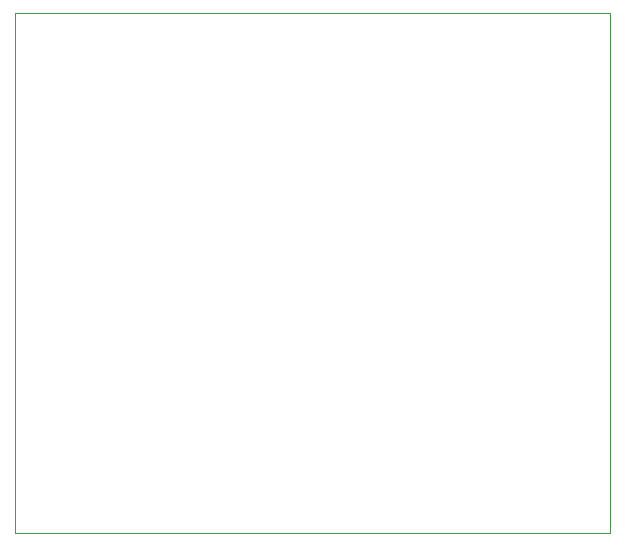
<source format=gm1>
%TF.GenerationSoftware,KiCad,Pcbnew,9.0.7-9.0.7~ubuntu24.04.1*%
%TF.CreationDate,2026-02-19T10:10:57+00:00*%
%TF.ProjectId,v1,76312e6b-6963-4616-945f-706362585858,rev?*%
%TF.SameCoordinates,Original*%
%TF.FileFunction,Profile,NP*%
%FSLAX46Y46*%
G04 Gerber Fmt 4.6, Leading zero omitted, Abs format (unit mm)*
G04 Created by KiCad (PCBNEW 9.0.7-9.0.7~ubuntu24.04.1) date 2026-02-19 10:10:57*
%MOMM*%
%LPD*%
G01*
G04 APERTURE LIST*
%TA.AperFunction,Profile*%
%ADD10C,0.050000*%
%TD*%
G04 APERTURE END LIST*
D10*
X100550000Y-55990000D02*
X150900000Y-55990000D01*
X150900000Y-99950000D01*
X100550000Y-99950000D01*
X100550000Y-55990000D01*
M02*

</source>
